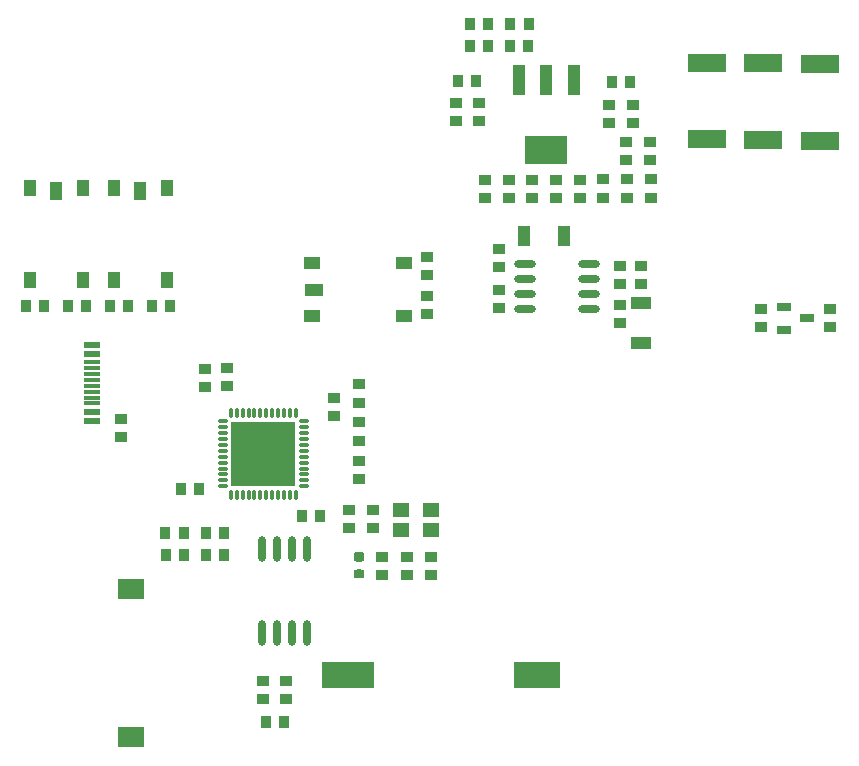
<source format=gtp>
G04*
G04 #@! TF.GenerationSoftware,Altium Limited,Altium Designer,21.3.2 (30)*
G04*
G04 Layer_Color=8421504*
%FSLAX25Y25*%
%MOIN*%
G70*
G04*
G04 #@! TF.SameCoordinates,AD82394D-94CB-4E6D-8DF2-E68E24F3FF13*
G04*
G04*
G04 #@! TF.FilePolarity,Positive*
G04*
G01*
G75*
%ADD21R,0.03661X0.03858*%
%ADD22R,0.21654X0.21654*%
%ADD23R,0.03937X0.05512*%
%ADD24R,0.03937X0.06299*%
%ADD25R,0.17323X0.09055*%
%ADD26R,0.15748X0.09055*%
%ADD27R,0.03858X0.03661*%
%ADD28R,0.03402X0.03150*%
%ADD29R,0.04331X0.09843*%
%ADD30R,0.14173X0.09213*%
%ADD31O,0.01102X0.03543*%
%ADD32O,0.03543X0.01102*%
%ADD33R,0.05512X0.03937*%
%ADD34R,0.06299X0.03937*%
%ADD35R,0.05512X0.04724*%
%ADD36R,0.04331X0.06693*%
%ADD37O,0.07343X0.02480*%
%ADD38R,0.05709X0.02362*%
%ADD39R,0.05709X0.01181*%
%ADD40R,0.06693X0.04331*%
%ADD41R,0.12598X0.06496*%
%ADD42R,0.08661X0.07087*%
%ADD43O,0.02398X0.08679*%
%ADD44R,0.04921X0.02756*%
G36*
X116437Y67098D02*
X117526D01*
X118682Y66019D01*
Y64037D01*
X118430Y63785D01*
X115533D01*
X115281Y64037D01*
X115281Y66019D01*
X116437Y67098D01*
D02*
G37*
G36*
X116393Y69128D02*
X117481D01*
X118638Y70208D01*
Y72189D01*
X118386Y72441D01*
X115488D01*
X115236Y72189D01*
X115236Y70208D01*
X116393Y69128D01*
D02*
G37*
D21*
X104094Y84500D02*
D03*
X98031D02*
D03*
X85937Y16000D02*
D03*
X92000D02*
D03*
X48000Y154500D02*
D03*
X54063D02*
D03*
X33979D02*
D03*
X40042D02*
D03*
X63594Y93500D02*
D03*
X57531D02*
D03*
X160007Y241175D02*
D03*
X153944D02*
D03*
X160007Y248675D02*
D03*
X153944D02*
D03*
X201381Y229175D02*
D03*
X207444D02*
D03*
X156007Y229675D02*
D03*
X149944Y229675D02*
D03*
X167344Y241175D02*
D03*
X173407D02*
D03*
X167424Y248679D02*
D03*
X173487Y248679D02*
D03*
X19958Y154500D02*
D03*
X26021D02*
D03*
X5937D02*
D03*
X12000D02*
D03*
X65906Y71500D02*
D03*
X71969D02*
D03*
X52437Y79000D02*
D03*
X58500Y79000D02*
D03*
X58594Y71500D02*
D03*
X52531D02*
D03*
X72063Y79000D02*
D03*
X66000D02*
D03*
D22*
X85056Y105325D02*
D03*
D23*
X35227Y163175D02*
D03*
Y193883D02*
D03*
X52944Y163175D02*
D03*
Y193883D02*
D03*
X7142Y163175D02*
D03*
Y193883D02*
D03*
X24859Y163175D02*
D03*
Y193883D02*
D03*
D24*
X44086Y193096D02*
D03*
X16000D02*
D03*
D25*
X113358Y31500D02*
D03*
D26*
X176350D02*
D03*
D27*
X211000Y168000D02*
D03*
Y161937D02*
D03*
X132787Y71094D02*
D03*
X132787Y65031D02*
D03*
X141000Y71094D02*
D03*
X141000Y65031D02*
D03*
X139500Y165000D02*
D03*
Y171063D02*
D03*
X108500Y117906D02*
D03*
Y123969D02*
D03*
X139500Y158094D02*
D03*
X139500Y152031D02*
D03*
X73056Y133888D02*
D03*
Y127825D02*
D03*
X121500Y80531D02*
D03*
Y86594D02*
D03*
X117000Y109719D02*
D03*
Y115781D02*
D03*
X65500Y133594D02*
D03*
Y127531D02*
D03*
X113500Y86594D02*
D03*
Y80531D02*
D03*
X124574Y71094D02*
D03*
Y65031D02*
D03*
X117000Y122406D02*
D03*
Y128469D02*
D03*
Y103094D02*
D03*
Y97031D02*
D03*
X200444Y215581D02*
D03*
Y221644D02*
D03*
X208444Y215581D02*
D03*
Y221644D02*
D03*
X149444Y222268D02*
D03*
Y216205D02*
D03*
X156944Y222238D02*
D03*
Y216175D02*
D03*
X182613Y190581D02*
D03*
Y196644D02*
D03*
X190502Y190581D02*
D03*
Y196644D02*
D03*
X174725Y190581D02*
D03*
Y196644D02*
D03*
X158948Y190581D02*
D03*
Y196644D02*
D03*
X166836Y190581D02*
D03*
Y196644D02*
D03*
X198390Y196768D02*
D03*
Y190705D02*
D03*
X206056Y203232D02*
D03*
Y209295D02*
D03*
X206279Y196768D02*
D03*
Y190705D02*
D03*
X213945Y203232D02*
D03*
X213945Y209295D02*
D03*
X214167Y196768D02*
D03*
Y190705D02*
D03*
X163500Y167500D02*
D03*
Y173563D02*
D03*
Y153937D02*
D03*
Y160000D02*
D03*
X37500Y110937D02*
D03*
Y117000D02*
D03*
X204000Y161937D02*
D03*
Y168000D02*
D03*
Y148937D02*
D03*
Y155000D02*
D03*
X92500Y23531D02*
D03*
Y29594D02*
D03*
X85000Y29594D02*
D03*
Y23531D02*
D03*
X251000Y147437D02*
D03*
Y153500D02*
D03*
X274000Y147437D02*
D03*
X274000Y153500D02*
D03*
D28*
X116999Y65333D02*
D03*
Y70844D02*
D03*
D29*
X188499Y229868D02*
D03*
X179444D02*
D03*
X170389D02*
D03*
D30*
X179444Y206482D02*
D03*
D31*
X95886Y91745D02*
D03*
X93916D02*
D03*
X91946D02*
D03*
X89976D02*
D03*
X88006D02*
D03*
X86036D02*
D03*
X84076D02*
D03*
X82106D02*
D03*
X80136D02*
D03*
X78166D02*
D03*
X76196D02*
D03*
X74226Y91745D02*
D03*
X74226Y118905D02*
D03*
X76196D02*
D03*
X78166D02*
D03*
X80136D02*
D03*
X82106D02*
D03*
X84076D02*
D03*
X86036D02*
D03*
X88006D02*
D03*
X89976D02*
D03*
X91946D02*
D03*
X93916D02*
D03*
X95886D02*
D03*
D32*
X71477Y94495D02*
D03*
X71477Y96465D02*
D03*
Y98435D02*
D03*
Y100405D02*
D03*
X71477Y102375D02*
D03*
Y104345D02*
D03*
X71477Y106305D02*
D03*
X71477Y108275D02*
D03*
Y110245D02*
D03*
Y112215D02*
D03*
Y114185D02*
D03*
Y116155D02*
D03*
X98637Y116155D02*
D03*
X98637Y114185D02*
D03*
Y112215D02*
D03*
Y110245D02*
D03*
X98637Y108275D02*
D03*
Y106305D02*
D03*
X98637Y104345D02*
D03*
X98637Y102375D02*
D03*
Y100405D02*
D03*
Y98435D02*
D03*
Y96465D02*
D03*
Y94495D02*
D03*
D33*
X131854Y151142D02*
D03*
X101146D02*
D03*
X131854Y168858D02*
D03*
X101146D02*
D03*
D34*
X101933Y160000D02*
D03*
D35*
X130837Y79821D02*
D03*
X141000Y86500D02*
D03*
X130837Y86513D02*
D03*
X141000Y79807D02*
D03*
D36*
X171807Y178000D02*
D03*
X185193D02*
D03*
D37*
X193561Y153500D02*
D03*
Y158500D02*
D03*
Y163500D02*
D03*
Y168500D02*
D03*
X172439Y153500D02*
D03*
Y158500D02*
D03*
Y163500D02*
D03*
Y168500D02*
D03*
D38*
X28030Y116323D02*
D03*
Y119354D02*
D03*
Y138646D02*
D03*
Y141697D02*
D03*
D39*
Y122110D02*
D03*
Y124079D02*
D03*
Y126047D02*
D03*
Y128016D02*
D03*
Y129984D02*
D03*
Y131953D02*
D03*
X28027Y133921D02*
D03*
X28030Y135890D02*
D03*
D40*
X211000Y155693D02*
D03*
Y142307D02*
D03*
D41*
X251500Y235512D02*
D03*
X251500Y210000D02*
D03*
X233000Y210244D02*
D03*
Y235756D02*
D03*
X270500Y209744D02*
D03*
Y235256D02*
D03*
D42*
X41000Y60106D02*
D03*
Y10894D02*
D03*
D43*
X99500Y73446D02*
D03*
X94500D02*
D03*
X89500D02*
D03*
X84500D02*
D03*
X99500Y45554D02*
D03*
X94500D02*
D03*
X89500D02*
D03*
X84500D02*
D03*
D44*
X258563Y154240D02*
D03*
Y146760D02*
D03*
X266437Y150500D02*
D03*
M02*

</source>
